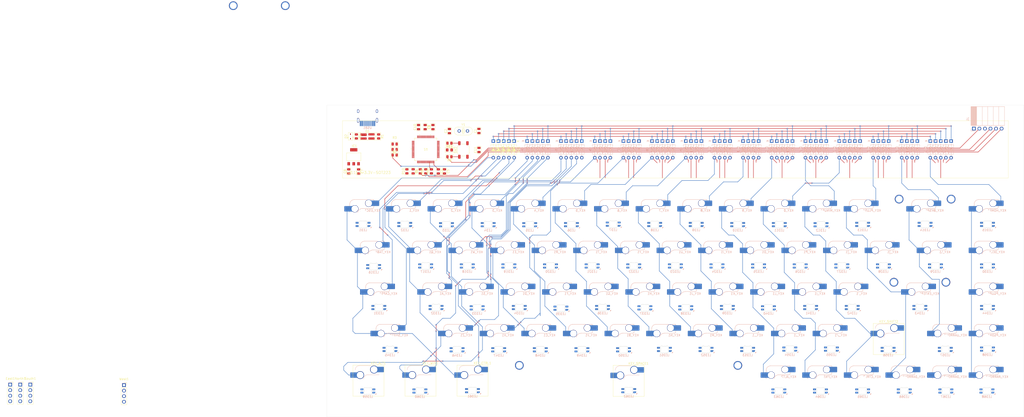
<source format=kicad_pcb>
(kicad_pcb
	(version 20241229)
	(generator "pcbnew")
	(generator_version "9.0")
	(general
		(thickness 1.6)
		(legacy_teardrops no)
	)
	(paper "A3")
	(layers
		(0 "F.Cu" signal)
		(4 "In1.Cu" signal)
		(6 "In2.Cu" signal)
		(2 "B.Cu" signal)
		(9 "F.Adhes" user "F.Adhesive")
		(11 "B.Adhes" user "B.Adhesive")
		(13 "F.Paste" user)
		(15 "B.Paste" user)
		(5 "F.SilkS" user "F.Silkscreen")
		(7 "B.SilkS" user "B.Silkscreen")
		(1 "F.Mask" user)
		(3 "B.Mask" user)
		(17 "Dwgs.User" user "User.Drawings")
		(19 "Cmts.User" user "User.Comments")
		(21 "Eco1.User" user "User.Eco1")
		(23 "Eco2.User" user "User.Eco2")
		(25 "Edge.Cuts" user)
		(27 "Margin" user)
		(31 "F.CrtYd" user "F.Courtyard")
		(29 "B.CrtYd" user "B.Courtyard")
		(35 "F.Fab" user)
		(33 "B.Fab" user)
		(39 "User.1" user)
		(41 "User.2" user)
		(43 "User.3" user)
		(45 "User.4" user)
		(47 "User.5" user)
		(49 "User.6" user)
		(51 "User.7" user)
		(53 "User.8" user)
		(55 "User.9" user)
	)
	(setup
		(stackup
			(layer "F.SilkS"
				(type "Top Silk Screen")
			)
			(layer "F.Paste"
				(type "Top Solder Paste")
			)
			(layer "F.Mask"
				(type "Top Solder Mask")
				(thickness 0.01)
			)
			(layer "F.Cu"
				(type "copper")
				(thickness 0.035)
			)
			(layer "dielectric 1"
				(type "prepreg")
				(thickness 0.1)
				(material "FR4")
				(epsilon_r 4.5)
				(loss_tangent 0.02)
			)
			(layer "In1.Cu"
				(type "copper")
				(thickness 0.035)
			)
			(layer "dielectric 2"
				(type "core")
				(thickness 1.24)
				(material "FR4")
				(epsilon_r 4.5)
				(loss_tangent 0.02)
			)
			(layer "In2.Cu"
				(type "copper")
				(thickness 0.035)
			)
			(layer "dielectric 3"
				(type "prepreg")
				(thickness 0.1)
				(material "FR4")
				(epsilon_r 4.5)
				(loss_tangent 0.02)
			)
			(layer "B.Cu"
				(type "copper")
				(thickness 0.035)
			)
			(layer "B.Mask"
				(type "Bottom Solder Mask")
				(thickness 0.01)
			)
			(layer "B.Paste"
				(type "Bottom Solder Paste")
			)
			(layer "B.SilkS"
				(type "Bottom Silk Screen")
			)
			(copper_finish "HAL lead-free")
			(dielectric_constraints no)
		)
		(pad_to_mask_clearance 0)
		(allow_soldermask_bridges_in_footprints no)
		(tenting front back)
		(grid_origin 44.85125 47.625)
		(pcbplotparams
			(layerselection 0x00000000_00000000_55555555_5755f5ff)
			(plot_on_all_layers_selection 0x00000000_00000000_00000000_00000000)
			(disableapertmacros no)
			(usegerberextensions no)
			(usegerberattributes yes)
			(usegerberadvancedattributes yes)
			(creategerberjobfile yes)
			(dashed_line_dash_ratio 12.000000)
			(dashed_line_gap_ratio 3.000000)
			(svgprecision 4)
			(plotframeref no)
			(mode 1)
			(useauxorigin no)
			(hpglpennumber 1)
			(hpglpenspeed 20)
			(hpglpendiameter 15.000000)
			(pdf_front_fp_property_popups yes)
			(pdf_back_fp_property_popups yes)
			(pdf_metadata yes)
			(pdf_single_document no)
			(dxfpolygonmode yes)
			(dxfimperialunits yes)
			(dxfusepcbnewfont yes)
			(psnegative no)
			(psa4output no)
			(plot_black_and_white yes)
			(sketchpadsonfab no)
			(plotpadnumbers no)
			(hidednponfab no)
			(sketchdnponfab yes)
			(crossoutdnponfab yes)
			(subtractmaskfromsilk no)
			(outputformat 1)
			(mirror no)
			(drillshape 1)
			(scaleselection 1)
			(outputdirectory "")
		)
	)
	(net 0 "")
	(net 1 "GND")
	(net 2 "+3.3V")
	(net 3 "+5V")
	(net 4 "Net-(D3-A)")
	(net 5 "Net-(D4-A)")
	(net 6 "Net-(D5-A)")
	(net 7 "Net-(D6-A)")
	(net 8 "Net-(D7-A)")
	(net 9 "Net-(D8-A)")
	(net 10 "Net-(D9-A)")
	(net 11 "Net-(D10-A)")
	(net 12 "Net-(D11-A)")
	(net 13 "Net-(D12-A)")
	(net 14 "Net-(D13-A)")
	(net 15 "Net-(D14-A)")
	(net 16 "Net-(D15-A)")
	(net 17 "Net-(D16-A)")
	(net 18 "Net-(D17-A)")
	(net 19 "Net-(D18-A)")
	(net 20 "Net-(D19-A)")
	(net 21 "Net-(D20-A)")
	(net 22 "Net-(D21-A)")
	(net 23 "Net-(D22-A)")
	(net 24 "Net-(D23-A)")
	(net 25 "Net-(D29-A)")
	(net 26 "Net-(D30-A)")
	(net 27 "Net-(D31-A)")
	(net 28 "Net-(D32-A)")
	(net 29 "Net-(D33-A)")
	(net 30 "Net-(D24-A)")
	(net 31 "Net-(D25-A)")
	(net 32 "Net-(D26-A)")
	(net 33 "Net-(D27-A)")
	(net 34 "Net-(D28-A)")
	(net 35 "Net-(D34-A)")
	(net 36 "/COL2")
	(net 37 "/COL3")
	(net 38 "/COL4")
	(net 39 "/COL5")
	(net 40 "/COL1")
	(net 41 "Net-(LED1-DOUT)")
	(net 42 "unconnected-(LED1-VDD-Pad1)")
	(net 43 "Net-(U1-OSCIN)")
	(net 44 "Net-(U1-OSCOUT)")
	(net 45 "Net-(U1-VCAP)")
	(net 46 "/NRST")
	(net 47 "/D+")
	(net 48 "/D-")
	(net 49 "/ROW1")
	(net 50 "/ROW2")
	(net 51 "/ROW3")
	(net 52 "/ROW4")
	(net 53 "/ROW5")
	(net 54 "Net-(D35-A)")
	(net 55 "unconnected-(LED1-VSS-Pad4)")
	(net 56 "/UART_TX_EAST")
	(net 57 "/UART_RX_EAST")
	(net 58 "Net-(U1-VDDA)")
	(net 59 "/RGB_DATAIN")
	(net 60 "Net-(D36-A)")
	(net 61 "Net-(D37-A)")
	(net 62 "Net-(D38-A)")
	(net 63 "Net-(D39-A)")
	(net 64 "Net-(D40-A)")
	(net 65 "Net-(D41-A)")
	(net 66 "Net-(D42-A)")
	(net 67 "Net-(D43-A)")
	(net 68 "Net-(D44-A)")
	(net 69 "Net-(D45-A)")
	(net 70 "Net-(D46-A)")
	(net 71 "Net-(D47-A)")
	(net 72 "Net-(D48-A)")
	(net 73 "Net-(D50-A)")
	(net 74 "Net-(D51-A)")
	(net 75 "Net-(D52-A)")
	(net 76 "Net-(D53-A)")
	(net 77 "Net-(D54-A)")
	(net 78 "Net-(D55-A)")
	(net 79 "Net-(D56-A)")
	(net 80 "Net-(D57-A)")
	(net 81 "Net-(D58-A)")
	(net 82 "/UART_TX_NORTH")
	(net 83 "/UART_RX_NORTH")
	(net 84 "Net-(USB1-CC2)")
	(net 85 "Net-(USB1-CC1)")
	(net 86 "Net-(U1-PA11)")
	(net 87 "Net-(U1-PA12)")
	(net 88 "Net-(U1-BOOT)")
	(net 89 "/JTCLK")
	(net 90 "Net-(J1-Pin_2)")
	(net 91 "/JTMS")
	(net 92 "Net-(J1-Pin_4)")
	(net 93 "Net-(J1-Pin_5)")
	(net 94 "Net-(J1-Pin_6)")
	(net 95 "/SWO")
	(net 96 "/UART_TX_SOUTH")
	(net 97 "/UART_RX_SOUTH")
	(net 98 "unconnected-(U1-PB12-Pad33)")
	(net 99 "AGND")
	(net 100 "Net-(D59-A)")
	(net 101 "/UART_TX_WEST")
	(net 102 "unconnected-(U1-PC14-Pad3)")
	(net 103 "unconnected-(U1-PC15-Pad4)")
	(net 104 "Net-(D60-A)")
	(net 105 "Net-(D61-A)")
	(net 106 "Net-(D62-A)")
	(net 107 "unconnected-(U1-PC1-Pad9)")
	(net 108 "unconnected-(U1-PC3-Pad11)")
	(net 109 "Net-(D64-A)")
	(net 110 "unconnected-(U1-PC2-Pad10)")
	(net 111 "Net-(D65-A)")
	(net 112 "Net-(D68-A)")
	(net 113 "/UART_RX_WEST")
	(net 114 "Net-(D71-A)")
	(net 115 "Net-(D72-A)")
	(net 116 "Net-(D73-A)")
	(net 117 "unconnected-(U1-PC0-Pad8)")
	(net 118 "unconnected-(U1-PC13-Pad2)")
	(net 119 "Net-(D2-A)")
	(net 120 "unconnected-(USB1-SBU2-Pad3)")
	(net 121 "unconnected-(USB1-SBU1-Pad9)")
	(net 122 "unconnected-(U1-PB8-Pad61)")
	(net 123 "unconnected-(U1-PB9-Pad62)")
	(net 124 "Net-(D74-A)")
	(net 125 "Net-(D75-A)")
	(net 126 "Net-(D76-A)")
	(net 127 "/COL12")
	(net 128 "/COL9")
	(net 129 "/COL10")
	(net 130 "/COL11")
	(net 131 "/COL6")
	(net 132 "/COL7")
	(net 133 "/COL8")
	(net 134 "/COL14")
	(net 135 "/COL13")
	(net 136 "/COL15")
	(net 137 "unconnected-(U1-PC4-Pad24)")
	(net 138 "unconnected-(LED1-DIN-Pad3)")
	(net 139 "Net-(LED2-DOUT)")
	(net 140 "unconnected-(LED2-VSS-Pad4)")
	(net 141 "unconnected-(LED2-VDD-Pad1)")
	(net 142 "unconnected-(LED3-VSS-Pad4)")
	(net 143 "unconnected-(LED3-VDD-Pad1)")
	(net 144 "Net-(LED3-DOUT)")
	(net 145 "unconnected-(LED4-VDD-Pad1)")
	(net 146 "unconnected-(LED4-VSS-Pad4)")
	(net 147 "Net-(LED4-DOUT)")
	(net 148 "unconnected-(LED5-VDD-Pad1)")
	(net 149 "Net-(LED5-DOUT)")
	(net 150 "unconnected-(LED5-VSS-Pad4)")
	(net 151 "unconnected-(LED6-VDD-Pad1)")
	(net 152 "unconnected-(LED6-VSS-Pad4)")
	(net 153 "Net-(LED6-DOUT)")
	(net 154 "unconnected-(LED7-VDD-Pad1)")
	(net 155 "unconnected-(LED7-VSS-Pad4)")
	(net 156 "Net-(LED7-DOUT)")
	(net 157 "Net-(LED8-DOUT)")
	(net 158 "unconnected-(LED8-VDD-Pad1)")
	(net 159 "unconnected-(LED8-VSS-Pad4)")
	(net 160 "Net-(LED10-DIN)")
	(net 161 "unconnected-(LED9-VDD-Pad1)")
	(net 162 "unconnected-(LED9-VSS-Pad4)")
	(net 163 "Net-(LED10-DOUT)")
	(net 164 "unconnected-(LED10-VDD-Pad1)")
	(net 165 "unconnected-(LED10-VSS-Pad4)")
	(net 166 "Net-(LED11-DOUT)")
	(net 167 "unconnected-(LED11-VDD-Pad1)")
	(net 168 "unconnected-(LED11-VSS-Pad4)")
	(net 169 "unconnected-(LED12-VDD-Pad1)")
	(net 170 "unconnected-(LED12-VSS-Pad4)")
	(net 171 "Net-(LED12-DOUT)")
	(net 172 "Net-(LED13-DOUT)")
	(net 173 "unconnected-(LED13-VSS-Pad4)")
	(net 174 "unconnected-(LED13-VDD-Pad1)")
	(net 175 "unconnected-(LED14-VDD-Pad1)")
	(net 176 "Net-(LED14-DOUT)")
	(net 177 "unconnected-(LED14-VSS-Pad4)")
	(net 178 "unconnected-(LED15-VSS-Pad4)")
	(net 179 "Net-(LED15-DOUT)")
	(net 180 "unconnected-(LED15-VDD-Pad1)")
	(net 181 "Net-(LED16-DOUT)")
	(net 182 "unconnected-(LED16-VDD-Pad1)")
	(net 183 "unconnected-(LED16-VSS-Pad4)")
	(net 184 "unconnected-(LED17-VDD-Pad1)")
	(net 185 "unconnected-(LED17-VSS-Pad4)")
	(net 186 "Net-(LED17-DOUT)")
	(net 187 "unconnected-(LED18-VDD-Pad1)")
	(net 188 "unconnected-(LED18-VSS-Pad4)")
	(net 189 "Net-(LED18-DOUT)")
	(net 190 "Net-(LED19-DOUT)")
	(net 191 "unconnected-(LED19-VDD-Pad1)")
	(net 192 "unconnected-(LED19-VSS-Pad4)")
	(net 193 "unconnected-(LED20-VSS-Pad4)")
	(net 194 "unconnected-(LED20-VDD-Pad1)")
	(net 195 "Net-(LED20-DOUT)")
	(net 196 "unconnected-(LED21-VSS-Pad4)")
	(net 197 "unconnected-(LED21-VDD-Pad1)")
	(net 198 "Net-(LED21-DOUT)")
	(net 199 "unconnected-(LED22-VSS-Pad4)")
	(net 200 "Net-(LED22-DOUT)")
	(net 201 "unconnected-(LED22-VDD-Pad1)")
	(net 202 "Net-(LED23-DOUT)")
	(net 203 "unconnected-(LED23-VDD-Pad1)")
	(net 204 "unconnected-(LED23-VSS-Pad4)")
	(net 205 "unconnected-(LED24-VDD-Pad1)")
	(net 206 "Net-(LED24-DOUT)")
	(net 207 "unconnected-(LED24-VSS-Pad4)")
	(net 208 "unconnected-(LED25-VSS-Pad4)")
	(net 209 "unconnected-(LED25-VDD-Pad1)")
	(net 210 "Net-(LED25-DOUT)")
	(net 211 "Net-(LED26-DOUT)")
	(net 212 "unconnected-(LED26-VSS-Pad4)")
	(net 213 "unconnected-(LED26-VDD-Pad1)")
	(net 214 "unconnected-(LED27-VSS-Pad4)")
	(net 215 "unconnected-(LED27-VDD-Pad1)")
	(net 216 "Net-(LED27-DOUT)")
	(net 217 "unconnected-(LED28-VSS-Pad4)")
	(net 218 "unconnected-(LED28-VDD-Pad1)")
	(net 219 "Net-(LED28-DOUT)")
	(net 220 "unconnected-(LED29-VDD-Pad1)")
	(net 221 "Net-(LED29-DOUT)")
	(net 222 "unconnected-(LED29-VSS-Pad4)")
	(net 223 "Net-(LED30-DOUT)")
	(net 224 "unconnected-(LED30-VSS-Pad4)")
	(net 225 "unconnected-(LED30-VDD-Pad1)")
	(net 226 "Net-(LED31-DOUT)")
	(net 227 "unconnected-(LED31-VSS-Pad4)")
	(net 228 "unconnected-(LED31-VDD-Pad1)")
	(net 229 "unconnected-(LED32-VSS-Pad4)")
	(net 230 "unconnected-(LED32-VDD-Pad1)")
	(net 231 "Net-(LED32-DOUT)")
	(net 232 "unconnected-(LED33-VSS-Pad4)")
	(net 233 "unconnected-(LED33-VDD-Pad1)")
	(net 234 "Net-(LED33-DOUT)")
	(net 235 "unconnected-(LED34-VDD-Pad1)")
	(net 236 "Net-(LED34-DOUT)")
	(net 237 "unconnected-(LED34-VSS-Pad4)")
	(net 238 "unconnected-(LED35-VSS-Pad4)")
	(net 239 "Net-(LED35-DOUT)")
	(net 240 "unconnected-(LED35-VDD-Pad1)")
	(net 241 "Net-(LED36-DOUT)")
	(net 242 "unconnected-(LED36-VDD-Pad1)")
	(net 243 "unconnected-(LED36-VSS-Pad4)")
	(net 244 "unconnected-(LED37-VSS-Pad4)")
	(net 245 "unconnected-(LED37-VDD-Pad1)")
	(net 246 "Net-(LED37-DOUT)")
	(net 247 "unconnected-(LED38-VSS-Pad4)")
	(net 248 "unconnected-(LED38-VDD-Pad1)")
	(net 249 "Net-(LED38-DOUT)")
	(net 250 "unconnected-(LED39-VDD-Pad1)")
	(net 251 "Net-(LED39-DOUT)")
	(net 252 "unconnected-(LED39-VSS-Pad4)")
	(net 253 "Net-(LED40-DOUT)")
	(net 254 "unconnected-(LED40-VSS-Pad4)")
	(net 255 "unconnected-(LED40-VDD-Pad1)")
	(net 256 "unconnected-(LED41-VSS-Pad4)")
	(net 257 "Net-(LED41-DOUT)")
	(net 258 "unconnected-(LED41-VDD-Pad1)")
	(net 259 "unconnected-(LED42-VDD-Pad1)")
	(net 260 "unconnected-(LED42-VSS-Pad4)")
	(net 261 "Net-(LED42-DOUT)")
	(net 262 "unconnected-(LED43-VSS-Pad4)")
	(net 263 "unconnected-(LED43-VDD-Pad1)")
	(net 264 "Net-(LED43-DOUT)")
	(net 265 "Net-(LED44-DOUT)")
	(net 266 "unconnected-(LED44-VSS-Pad4)")
	(net 267 "unconnected-(LED44-VDD-Pad1)")
	(net 268 "Net-(LED45-DOUT)")
	(net 269 "unconnected-(LED45-VSS-Pad4)")
	(net 270 "unconnected-(LED45-VDD-Pad1)")
	(net 271 "Net-(LED46-DOUT)")
	(net 272 "unconnected-(LED46-VDD-Pad1)")
	(net 273 "unconnected-(LED46-VSS-Pad4)")
	(net 274 "Net-(LED47-DOUT)")
	(net 275 "unconnected-(LED47-VSS-Pad4)")
	(net 276 "unconnected-(LED47-VDD-Pad1)")
	(net 277 "unconnected-(LED48-VDD-Pad1)")
	(net 278 "unconnected-(LED48-VSS-Pad4)")
	(net 279 "Net-(LED48-DOUT)")
	(net 280 "unconnected-(LED49-VDD-Pad1)")
	(net 281 "unconnected-(LED49-VSS-Pad4)")
	(net 282 "Net-(LED49-DOUT)")
	(net 283 "Net-(LED50-DOUT)")
	(net 284 "unconnected-(LED50-VDD-Pad1)")
	(net 285 "unconnected-(LED50-VSS-Pad4)")
	(net 286 "unconnected-(LED51-VDD-Pad1)")
	(net 287 "unconnected-(LED51-VSS-Pad4)")
	(net 288 "Net-(LED51-DOUT)")
	(net 289 "unconnected-(LED52-VDD-Pad1)")
	(net 290 "Net-(LED52-DOUT)")
	(net 291 "unconnected-(LED52-VSS-Pad4)")
	(net 292 "unconnected-(LED53-VDD-Pad1)")
	(net 293 "unconnected-(LED53-VSS-Pad4)")
	(net 294 "Net-(LED53-DOUT)")
	(net 295 "Net-(LED54-DOUT)")
	(net 296 "unconnected-(LED54-VDD-Pad1)")
	(net 297 "unconnected-(LED54-VSS-Pad4)")
	(net 298 "unconnected-(LED55-VDD-Pad1)")
	(net 299 "unconnected-(LED55-VSS-Pad4)")
	(net 300 "Net-(LED55-DOUT)")
	(net 301 "unconnected-(LED56-VDD-Pad1)")
	(net 302 "Net-(LED56-DOUT)")
	(net 303 "unconnected-(LED56-VSS-Pad4)")
	(net 304 "unconnected-(LED57-VDD-Pad1)")
	(net 305 "Net-(LED57-DOUT)")
	(net 306 "unconnected-(LED57-VSS-Pad4)")
	(net 307 "Net-(LED58-DOUT)")
	(net 308 "unconnected-(LED58-VDD-Pad1)")
	(net 309 "unconnected-(LED58-VSS-Pad4)")
	(net 310 "unconnected-(LED59-VDD-Pad1)")
	(net 311 "Net-(LED59-DOUT)")
	(net 312 "unconnected-(LED59-VSS-Pad4)")
	(net 313 "Net-(LED60-DOUT)")
	(net 314 "unconnected-(LED60-VDD-Pad1)")
	(net 315 "unconnected-(LED60-VSS-Pad4)")
	(net 316 "Net-(LED61-DOUT)")
	(net 317 "unconnected-(LED61-VSS-Pad4)")
	(net 318 "unconnected-(LED61-VDD-Pad1)")
	(net 319 "unconnected-(LED62-VDD-Pad1)")
	(net 320 "unconnected-(LED62-VSS-Pad4)")
	(net 321 "Net-(LED62-DOUT)")
	(net 322 "unconnected-(LED63-VDD-Pad1)")
	(net 323 "unconnected-(LED63-VSS-Pad4)")
	(net 324 "Net-(LED63-DOUT)")
	(net 325 "unconnected-(LED64-VDD-Pad1)")
	(net 326 "unconnected-(LED64-VSS-Pad4)")
	(net 327 "Net-(LED64-DOUT)")
	(net 328 "unconnected-(LED65-VDD-Pad1)")
	(net 329 "Net-(LED65-DOUT)")
	(net 330 "unconnected-(LED65-VSS-Pad4)")
	(net 331 "unconnected-(LED66-VSS-Pad4)")
	(net 332 "Net-(LED66-DOUT)")
	(net 333 "unconnected-(LED66-VDD-Pad1)")
	(net 334 "unconnected-(LED67-VSS-Pad4)")
	(net 335 "unconnected-(LED67-VDD-Pad1)")
	(net 336 "Net-(LED67-DOUT)")
	(net 337 "unconnected-(LED68-VDD-Pad1)")
	(net 338 "unconnected-(LED68-VSS-Pad4)")
	(net 339 "unconnected-(LED68-DOUT-Pad2)")
	(net 340 "unconnected-(U1-PA6-Pad22)")
	(net 341 "unconnected-(U1-PA4-Pad20)")
	(net 342 "unconnected-(U1-PA7-Pad23)")
	(footprint "PCM_Resistor_SMD_AKL:R_0805_2012Metric" (layer "F.Cu") (at 87.60825 77.925 90))
	(footprint "PCM_Capacitor_SMD_AKL:C_0805_2012Metric" (layer "F.Cu") (at 54.85125 77.95 90))
	(footprint "PCM_marbastlib-mx:STAB_MX_P_2u" (layer "F.Cu") (at 318.695 97.63125))
	(footprint "PCM_Resistor_SMD_AKL:R_0805_2012Metric" (layer "F.Cu") (at 100.95125 65.025 180))
	(footprint "PCM_Diode_THT_AKL:D_DO-35_SOD27_P7.62mm_Horizontal" (layer "F.Cu") (at 123.4325 64.055625 -90))
	(footprint "PCM_Diode_THT_AKL:D_DO-35_SOD27_P7.62mm_Horizontal" (layer "F.Cu") (at 121.05125 64.055625 -90))
	(footprint "PCM_Switch_Keyboard_Hotswap_Kailh:SW_Hotswap_Kailh_MX_Plated_1.25u" (layer "F.Cu") (at 111.52625 173.83125))
	(footprint "PCM_Switch_Keyboard_Hotswap_Kailh:SW_Hotswap_Kailh_MX_Plated_1.25u" (layer "F.Cu") (at 182.96375 173.99))
	(footprint "Connector_PinSocket_2.54mm:PinSocket_1x04_P2.54mm_Vertical" (layer "F.Cu") (at -95.500606 175.67325))
	(footprint "PCM_Resistor_SMD_AKL:R_0805_2012Metric" (layer "F.Cu") (at 92.70825 77.925 90))
	(footprint "PCM_Resistor_SMD_AKL:R_0805_2012Metric" (layer "F.Cu") (at 81.47625 77.925 90))
	(footprint "Connector_PinSocket_2.54mm:PinSocket_1x04_P2.54mm_Vertical" (layer "F.Cu") (at -48.0175 175.895))
	(footprint "PCM_marbastlib-mx:STAB_MX_2.25u" (layer "F.Cu") (at 73.42625 154.78125))
	(footprint "PCM_marbastlib-mx:STAB_MX_P_6.25u" (layer "F.Cu") (at 182.96375 173.83125))
	(footprint "PCM_Resistor_SMD_AKL:R_0805_2012Metric" (layer "F.Cu") (at 75.87625 65.425))
	(footprint "PCM_marbastlib-mx:STAB_MX_P_2.25u" (layer "F.Cu") (at 316.31375 135.73125))
	(footprint "PCM_Capacitor_SMD_AKL:C_0805_2012Metric" (layer "F.Cu") (at 93.40125 57.65 90))
	(footprint "PCM_Resistor_SMD_AKL:R_0805_2012Metric" (layer "F.Cu") (at 75.87625 70.425))
	(footprint "PCM_Capacitor_SMD_AKL:C_0805_2012Metric" (layer "F.Cu") (at 100.95125 59.475 90))
	(footprint "PCM_Diode_THT_AKL:D_DO-35_SOD27_P7.62mm_Horizontal" (layer "F.Cu") (at 125.81375 64.055625 -90))
	(footprint "PCM_Capacitor_SMD_AKL:C_0805_2012Metric" (layer "F.Cu") (at 89.85125 57.65 -90))
	(footprint "PCM_Capacitor_SMD_AKL:C_0805_2012Metric" (layer "F.Cu") (at 84.35125 77.925 -90))
	(footprint "PCM_Switch_Keyboard_Hotswap_Kailh:SW_Hotswap_Kailh_MX_Plated_1.25u" (layer "F.Cu") (at 63.90125 173.83125))
	(footprint "PCM_marbastlib-various:SW_SPST_SKQG_WithStem" (layer "F.Cu") (at 107.34125 68.125 90))
	(footprint "PCM_Diode_THT_AKL:D_DO-35_SOD27_P7.62mm_Horizontal" (layer "F.Cu") (at 128.195 64.055625 -90))
	(footprint "PCM_Diode_SMD_AKL:D_SOD-323" (layer "F.Cu") (at 55.65125 61.925 90))
	(footprint "PCM_marbastlib-mx:STAB_MX_P_2u" (layer "F.Cu") (at 13.90625 8.985))
	(footprint "PCM_Switch_Keyboard_Hotswap_Kailh:SW_Hotswap_Kailh_MX_Plated_1.25u"
		(layer "F.Cu")
		(uuid "834c1dd2-efdb-4b79-8f45-a2157810891a")
		(at 87.71375 173.83125)
		(descr "Kailh keyswitch Hotswap Socket plated holes Keycap 1.25u")
		(tags "Kailh Keyboard Keyswitch Switch Hotswap Socket Plated Relief Cutout Keycap 1.25u")
		(property "Reference" "KEY_WIN1"
			(at 4.52 -8 0)
			(layer "F.SilkS")
			(uuid "98d124cb-bc44-4fe7-8d69-387f701bb3fb")
			(effects
				(font
					(size 1 1)
					(thickness 0.15)
				)
			)
		)
		(property "Value" "MX_SW_HS"
			(at 0 8 0)
			(layer "F.Fab")
			(uuid "d2e384e7-e910-4136-b53b-331a600fcbbf")
			(effects
				(font
					(size 1 1)
					(thickness 0.15)
				)
			)
		)
		(property "Datasheet" "~"
			(at 0 0 0)
			(layer "F.Fab")
			(hide yes)
			(uuid "cb5f47b1-f7fb-42f9-b47d-5e291712d106")
			(effects
				(font
					(size 1.27 1.27)
					(thickness 0.15)
				)
			)
		)
		(property "Description" "Push button switch, normally open, two pins, 45° tilted, Kailh CPG151101S11 for Cherry MX style switches"
			(at 0 0 0)
			(layer "F.Fab")
			(hide yes)
			(uuid "8f69c746-3835-47a9-9324-c89eec1544ba")
			(effects
				(font
					(size 1.27 1.27)
					(thickness 0.15)
				)
			)
		)
		(path "/1d905906-6e74-4741-8b2e-53dc470a7c79/845bb780-6e16-47cd-a15e-538adef12cb0")
		(sheetname "/Keymatrix/")
		(
... [2227842 chars truncated]
</source>
